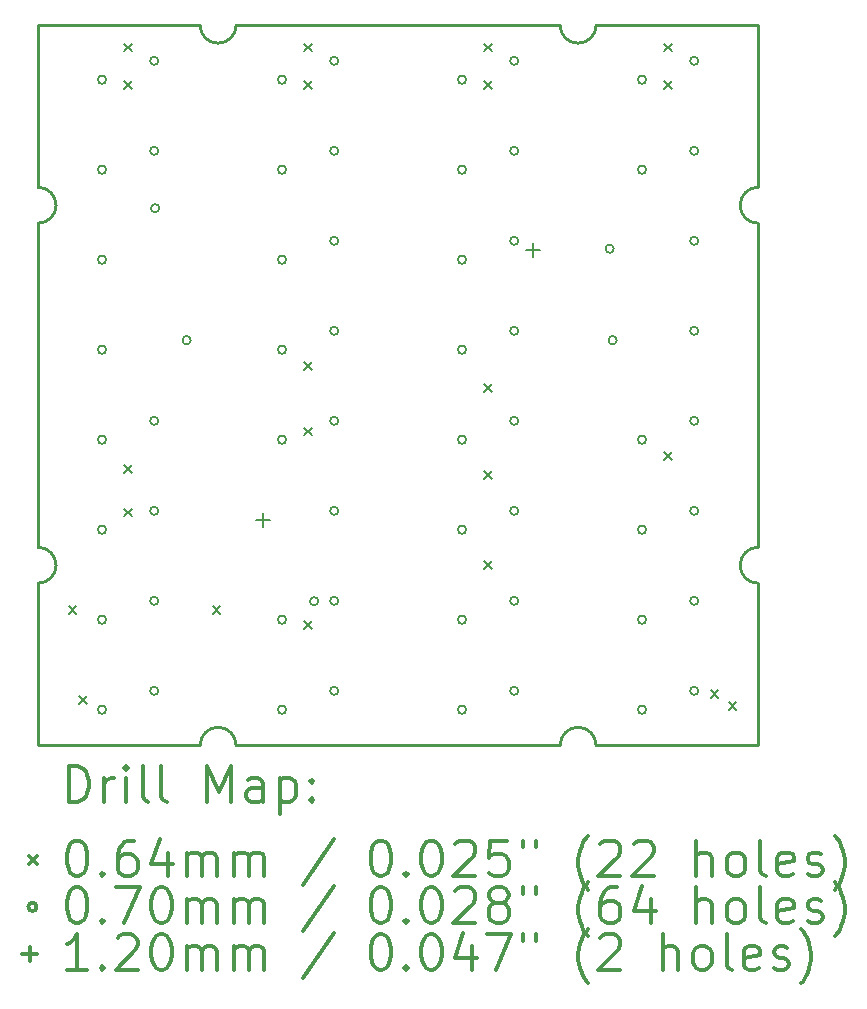
<source format=gbr>
%FSLAX45Y45*%
G04 Gerber Fmt 4.5, Leading zero omitted, Abs format (unit mm)*
G04 Created by KiCad (PCBNEW 4.0.1-3.201512221401+6198~38~ubuntu15.10.1-stable) date Wed Feb 24 00:02:51 2016*
%MOMM*%
G01*
G04 APERTURE LIST*
%ADD10C,0.127000*%
%ADD11C,0.254000*%
%ADD12C,0.200000*%
%ADD13C,0.300000*%
G04 APERTURE END LIST*
D10*
D11*
X4419600Y0D02*
X1676400Y0D01*
X6096000Y0D02*
X4724400Y0D01*
X6096000Y1371600D02*
X6096000Y0D01*
X6096000Y4419600D02*
X6096000Y1676400D01*
X6096000Y6096000D02*
X6096000Y4724400D01*
X4724400Y6096000D02*
X6096000Y6096000D01*
X1676400Y6096000D02*
X4419600Y6096000D01*
X0Y6096000D02*
X1371600Y6096000D01*
X0Y4724400D02*
X0Y6096000D01*
X0Y1676400D02*
X0Y4419600D01*
X0Y0D02*
X0Y1371600D01*
X1371600Y0D02*
X0Y0D01*
X6096000Y1676400D02*
G75*
G03X5943600Y1524000I0J-152400D01*
G01*
X5943600Y1524000D02*
G75*
G03X6096000Y1371600I152400J0D01*
G01*
X6096000Y4724400D02*
G75*
G03X5943600Y4572000I0J-152400D01*
G01*
X5943600Y4572000D02*
G75*
G03X6096000Y4419600I152400J0D01*
G01*
X4419600Y6096000D02*
G75*
G03X4572000Y5943600I152400J0D01*
G01*
X4572000Y5943600D02*
G75*
G03X4724400Y6096000I0J152400D01*
G01*
X1371600Y6096000D02*
G75*
G03X1524000Y5943600I152400J0D01*
G01*
X1524000Y5943600D02*
G75*
G03X1676400Y6096000I0J152400D01*
G01*
X0Y4419600D02*
G75*
G03X152400Y4572000I0J152400D01*
G01*
X152400Y4572000D02*
G75*
G03X0Y4724400I-152400J0D01*
G01*
X0Y1371600D02*
G75*
G03X152400Y1524000I0J152400D01*
G01*
X152400Y1524000D02*
G75*
G03X0Y1676400I-152400J0D01*
G01*
X1676400Y0D02*
G75*
G03X1524000Y152400I-152400J0D01*
G01*
X1524000Y152400D02*
G75*
G03X1371600Y0I0J-152400D01*
G01*
X4572000Y152400D02*
G75*
G03X4419600Y0I0J-152400D01*
G01*
X4724400Y0D02*
G75*
G03X4572000Y152400I-152400J0D01*
G01*
D12*
X260350Y1174750D02*
X323850Y1111250D01*
X323850Y1174750D02*
X260350Y1111250D01*
X349250Y412750D02*
X412750Y349250D01*
X412750Y412750D02*
X349250Y349250D01*
X730250Y5937250D02*
X793750Y5873750D01*
X793750Y5937250D02*
X730250Y5873750D01*
X730250Y5619750D02*
X793750Y5556250D01*
X793750Y5619750D02*
X730250Y5556250D01*
X730250Y2368550D02*
X793750Y2305050D01*
X793750Y2368550D02*
X730250Y2305050D01*
X730250Y2000250D02*
X793750Y1936750D01*
X793750Y2000250D02*
X730250Y1936750D01*
X1479550Y1174750D02*
X1543050Y1111250D01*
X1543050Y1174750D02*
X1479550Y1111250D01*
X2254250Y5937250D02*
X2317750Y5873750D01*
X2317750Y5937250D02*
X2254250Y5873750D01*
X2254250Y5619750D02*
X2317750Y5556250D01*
X2317750Y5619750D02*
X2254250Y5556250D01*
X2254250Y3240750D02*
X2317750Y3177250D01*
X2317750Y3240750D02*
X2254250Y3177250D01*
X2254250Y2686050D02*
X2317750Y2622550D01*
X2317750Y2686050D02*
X2254250Y2622550D01*
X2254250Y1047750D02*
X2317750Y984250D01*
X2317750Y1047750D02*
X2254250Y984250D01*
X3778250Y5937250D02*
X3841750Y5873750D01*
X3841750Y5937250D02*
X3778250Y5873750D01*
X3778250Y5619750D02*
X3841750Y5556250D01*
X3841750Y5619750D02*
X3778250Y5556250D01*
X3778250Y3054350D02*
X3841750Y2990850D01*
X3841750Y3054350D02*
X3778250Y2990850D01*
X3778250Y2317750D02*
X3841750Y2254250D01*
X3841750Y2317750D02*
X3778250Y2254250D01*
X3778250Y1555750D02*
X3841750Y1492250D01*
X3841750Y1555750D02*
X3778250Y1492250D01*
X5302250Y5937250D02*
X5365750Y5873750D01*
X5365750Y5937250D02*
X5302250Y5873750D01*
X5302250Y5619750D02*
X5365750Y5556250D01*
X5365750Y5619750D02*
X5302250Y5556250D01*
X5302250Y2478750D02*
X5365750Y2415250D01*
X5365750Y2478750D02*
X5302250Y2415250D01*
X5695950Y463550D02*
X5759450Y400050D01*
X5759450Y463550D02*
X5695950Y400050D01*
X5848350Y361950D02*
X5911850Y298450D01*
X5911850Y361950D02*
X5848350Y298450D01*
X576000Y5635000D02*
G75*
G03X576000Y5635000I-35000J0D01*
G01*
X576000Y4873000D02*
G75*
G03X576000Y4873000I-35000J0D01*
G01*
X576000Y4111000D02*
G75*
G03X576000Y4111000I-35000J0D01*
G01*
X576000Y3349000D02*
G75*
G03X576000Y3349000I-35000J0D01*
G01*
X576000Y2587000D02*
G75*
G03X576000Y2587000I-35000J0D01*
G01*
X576000Y1825000D02*
G75*
G03X576000Y1825000I-35000J0D01*
G01*
X576000Y1063000D02*
G75*
G03X576000Y1063000I-35000J0D01*
G01*
X576000Y301000D02*
G75*
G03X576000Y301000I-35000J0D01*
G01*
X1018000Y5795000D02*
G75*
G03X1018000Y5795000I-35000J0D01*
G01*
X1018000Y5033000D02*
G75*
G03X1018000Y5033000I-35000J0D01*
G01*
X1018000Y2747000D02*
G75*
G03X1018000Y2747000I-35000J0D01*
G01*
X1018000Y1985000D02*
G75*
G03X1018000Y1985000I-35000J0D01*
G01*
X1018000Y1223000D02*
G75*
G03X1018000Y1223000I-35000J0D01*
G01*
X1018000Y461000D02*
G75*
G03X1018000Y461000I-35000J0D01*
G01*
X1025600Y4546600D02*
G75*
G03X1025600Y4546600I-35000J0D01*
G01*
X1292300Y3429000D02*
G75*
G03X1292300Y3429000I-35000J0D01*
G01*
X2100000Y5635000D02*
G75*
G03X2100000Y5635000I-35000J0D01*
G01*
X2100000Y4873000D02*
G75*
G03X2100000Y4873000I-35000J0D01*
G01*
X2100000Y4111000D02*
G75*
G03X2100000Y4111000I-35000J0D01*
G01*
X2100000Y3349000D02*
G75*
G03X2100000Y3349000I-35000J0D01*
G01*
X2100000Y2587000D02*
G75*
G03X2100000Y2587000I-35000J0D01*
G01*
X2100000Y1063000D02*
G75*
G03X2100000Y1063000I-35000J0D01*
G01*
X2100000Y301000D02*
G75*
G03X2100000Y301000I-35000J0D01*
G01*
X2371800Y1219200D02*
G75*
G03X2371800Y1219200I-35000J0D01*
G01*
X2542000Y5795000D02*
G75*
G03X2542000Y5795000I-35000J0D01*
G01*
X2542000Y5033000D02*
G75*
G03X2542000Y5033000I-35000J0D01*
G01*
X2542000Y4271000D02*
G75*
G03X2542000Y4271000I-35000J0D01*
G01*
X2542000Y3509000D02*
G75*
G03X2542000Y3509000I-35000J0D01*
G01*
X2542000Y2747000D02*
G75*
G03X2542000Y2747000I-35000J0D01*
G01*
X2542000Y1985000D02*
G75*
G03X2542000Y1985000I-35000J0D01*
G01*
X2542000Y1223000D02*
G75*
G03X2542000Y1223000I-35000J0D01*
G01*
X2542000Y461000D02*
G75*
G03X2542000Y461000I-35000J0D01*
G01*
X3624000Y5635000D02*
G75*
G03X3624000Y5635000I-35000J0D01*
G01*
X3624000Y4873000D02*
G75*
G03X3624000Y4873000I-35000J0D01*
G01*
X3624000Y4111000D02*
G75*
G03X3624000Y4111000I-35000J0D01*
G01*
X3624000Y3349000D02*
G75*
G03X3624000Y3349000I-35000J0D01*
G01*
X3624000Y2587000D02*
G75*
G03X3624000Y2587000I-35000J0D01*
G01*
X3624000Y1825000D02*
G75*
G03X3624000Y1825000I-35000J0D01*
G01*
X3624000Y1063000D02*
G75*
G03X3624000Y1063000I-35000J0D01*
G01*
X3624000Y301000D02*
G75*
G03X3624000Y301000I-35000J0D01*
G01*
X4066000Y5795000D02*
G75*
G03X4066000Y5795000I-35000J0D01*
G01*
X4066000Y5033000D02*
G75*
G03X4066000Y5033000I-35000J0D01*
G01*
X4066000Y4271000D02*
G75*
G03X4066000Y4271000I-35000J0D01*
G01*
X4066000Y3509000D02*
G75*
G03X4066000Y3509000I-35000J0D01*
G01*
X4066000Y2747000D02*
G75*
G03X4066000Y2747000I-35000J0D01*
G01*
X4066000Y1985000D02*
G75*
G03X4066000Y1985000I-35000J0D01*
G01*
X4066000Y1223000D02*
G75*
G03X4066000Y1223000I-35000J0D01*
G01*
X4066000Y461000D02*
G75*
G03X4066000Y461000I-35000J0D01*
G01*
X4873700Y4203700D02*
G75*
G03X4873700Y4203700I-35000J0D01*
G01*
X4899100Y3429000D02*
G75*
G03X4899100Y3429000I-35000J0D01*
G01*
X5148000Y5635000D02*
G75*
G03X5148000Y5635000I-35000J0D01*
G01*
X5148000Y4873000D02*
G75*
G03X5148000Y4873000I-35000J0D01*
G01*
X5148000Y2587000D02*
G75*
G03X5148000Y2587000I-35000J0D01*
G01*
X5148000Y1825000D02*
G75*
G03X5148000Y1825000I-35000J0D01*
G01*
X5148000Y1063000D02*
G75*
G03X5148000Y1063000I-35000J0D01*
G01*
X5148000Y301000D02*
G75*
G03X5148000Y301000I-35000J0D01*
G01*
X5590000Y5795000D02*
G75*
G03X5590000Y5795000I-35000J0D01*
G01*
X5590000Y5033000D02*
G75*
G03X5590000Y5033000I-35000J0D01*
G01*
X5590000Y4271000D02*
G75*
G03X5590000Y4271000I-35000J0D01*
G01*
X5590000Y3509000D02*
G75*
G03X5590000Y3509000I-35000J0D01*
G01*
X5590000Y2747000D02*
G75*
G03X5590000Y2747000I-35000J0D01*
G01*
X5590000Y1985000D02*
G75*
G03X5590000Y1985000I-35000J0D01*
G01*
X5590000Y1223000D02*
G75*
G03X5590000Y1223000I-35000J0D01*
G01*
X5590000Y461000D02*
G75*
G03X5590000Y461000I-35000J0D01*
G01*
X1905000Y1965000D02*
X1905000Y1845000D01*
X1845000Y1905000D02*
X1965000Y1905000D01*
X4191000Y4251000D02*
X4191000Y4131000D01*
X4131000Y4191000D02*
X4251000Y4191000D01*
D13*
X258728Y-478414D02*
X258728Y-178414D01*
X330157Y-178414D01*
X373014Y-192700D01*
X401586Y-221271D01*
X415871Y-249843D01*
X430157Y-306986D01*
X430157Y-349843D01*
X415871Y-406986D01*
X401586Y-435557D01*
X373014Y-464129D01*
X330157Y-478414D01*
X258728Y-478414D01*
X558729Y-478414D02*
X558729Y-278414D01*
X558729Y-335557D02*
X573014Y-306986D01*
X587300Y-292700D01*
X615871Y-278414D01*
X644443Y-278414D01*
X744443Y-478414D02*
X744443Y-278414D01*
X744443Y-178414D02*
X730157Y-192700D01*
X744443Y-206986D01*
X758728Y-192700D01*
X744443Y-178414D01*
X744443Y-206986D01*
X930157Y-478414D02*
X901586Y-464129D01*
X887300Y-435557D01*
X887300Y-178414D01*
X1087300Y-478414D02*
X1058729Y-464129D01*
X1044443Y-435557D01*
X1044443Y-178414D01*
X1430157Y-478414D02*
X1430157Y-178414D01*
X1530157Y-392700D01*
X1630157Y-178414D01*
X1630157Y-478414D01*
X1901586Y-478414D02*
X1901586Y-321272D01*
X1887300Y-292700D01*
X1858728Y-278414D01*
X1801586Y-278414D01*
X1773014Y-292700D01*
X1901586Y-464129D02*
X1873014Y-478414D01*
X1801586Y-478414D01*
X1773014Y-464129D01*
X1758728Y-435557D01*
X1758728Y-406986D01*
X1773014Y-378414D01*
X1801586Y-364129D01*
X1873014Y-364129D01*
X1901586Y-349843D01*
X2044443Y-278414D02*
X2044443Y-578414D01*
X2044443Y-292700D02*
X2073014Y-278414D01*
X2130157Y-278414D01*
X2158729Y-292700D01*
X2173014Y-306986D01*
X2187300Y-335557D01*
X2187300Y-421271D01*
X2173014Y-449843D01*
X2158729Y-464129D01*
X2130157Y-478414D01*
X2073014Y-478414D01*
X2044443Y-464129D01*
X2315871Y-449843D02*
X2330157Y-464129D01*
X2315871Y-478414D01*
X2301586Y-464129D01*
X2315871Y-449843D01*
X2315871Y-478414D01*
X2315871Y-292700D02*
X2330157Y-306986D01*
X2315871Y-321272D01*
X2301586Y-306986D01*
X2315871Y-292700D01*
X2315871Y-321272D01*
X-76200Y-940950D02*
X-12700Y-1004450D01*
X-12700Y-940950D02*
X-76200Y-1004450D01*
X315871Y-808414D02*
X344443Y-808414D01*
X373014Y-822700D01*
X387300Y-836986D01*
X401586Y-865557D01*
X415871Y-922700D01*
X415871Y-994129D01*
X401586Y-1051272D01*
X387300Y-1079843D01*
X373014Y-1094129D01*
X344443Y-1108414D01*
X315871Y-1108414D01*
X287300Y-1094129D01*
X273014Y-1079843D01*
X258728Y-1051272D01*
X244443Y-994129D01*
X244443Y-922700D01*
X258728Y-865557D01*
X273014Y-836986D01*
X287300Y-822700D01*
X315871Y-808414D01*
X544443Y-1079843D02*
X558729Y-1094129D01*
X544443Y-1108414D01*
X530157Y-1094129D01*
X544443Y-1079843D01*
X544443Y-1108414D01*
X815871Y-808414D02*
X758728Y-808414D01*
X730157Y-822700D01*
X715871Y-836986D01*
X687300Y-879843D01*
X673014Y-936986D01*
X673014Y-1051272D01*
X687300Y-1079843D01*
X701586Y-1094129D01*
X730157Y-1108414D01*
X787300Y-1108414D01*
X815871Y-1094129D01*
X830157Y-1079843D01*
X844443Y-1051272D01*
X844443Y-979843D01*
X830157Y-951271D01*
X815871Y-936986D01*
X787300Y-922700D01*
X730157Y-922700D01*
X701586Y-936986D01*
X687300Y-951271D01*
X673014Y-979843D01*
X1101586Y-908414D02*
X1101586Y-1108414D01*
X1030157Y-794129D02*
X958728Y-1008414D01*
X1144443Y-1008414D01*
X1258729Y-1108414D02*
X1258729Y-908414D01*
X1258729Y-936986D02*
X1273014Y-922700D01*
X1301586Y-908414D01*
X1344443Y-908414D01*
X1373014Y-922700D01*
X1387300Y-951271D01*
X1387300Y-1108414D01*
X1387300Y-951271D02*
X1401586Y-922700D01*
X1430157Y-908414D01*
X1473014Y-908414D01*
X1501586Y-922700D01*
X1515871Y-951271D01*
X1515871Y-1108414D01*
X1658728Y-1108414D02*
X1658728Y-908414D01*
X1658728Y-936986D02*
X1673014Y-922700D01*
X1701586Y-908414D01*
X1744443Y-908414D01*
X1773014Y-922700D01*
X1787300Y-951271D01*
X1787300Y-1108414D01*
X1787300Y-951271D02*
X1801586Y-922700D01*
X1830157Y-908414D01*
X1873014Y-908414D01*
X1901586Y-922700D01*
X1915871Y-951271D01*
X1915871Y-1108414D01*
X2501586Y-794129D02*
X2244443Y-1179843D01*
X2887300Y-808414D02*
X2915871Y-808414D01*
X2944443Y-822700D01*
X2958728Y-836986D01*
X2973014Y-865557D01*
X2987300Y-922700D01*
X2987300Y-994129D01*
X2973014Y-1051272D01*
X2958728Y-1079843D01*
X2944443Y-1094129D01*
X2915871Y-1108414D01*
X2887300Y-1108414D01*
X2858728Y-1094129D01*
X2844443Y-1079843D01*
X2830157Y-1051272D01*
X2815871Y-994129D01*
X2815871Y-922700D01*
X2830157Y-865557D01*
X2844443Y-836986D01*
X2858728Y-822700D01*
X2887300Y-808414D01*
X3115871Y-1079843D02*
X3130157Y-1094129D01*
X3115871Y-1108414D01*
X3101586Y-1094129D01*
X3115871Y-1079843D01*
X3115871Y-1108414D01*
X3315871Y-808414D02*
X3344443Y-808414D01*
X3373014Y-822700D01*
X3387300Y-836986D01*
X3401585Y-865557D01*
X3415871Y-922700D01*
X3415871Y-994129D01*
X3401585Y-1051272D01*
X3387300Y-1079843D01*
X3373014Y-1094129D01*
X3344443Y-1108414D01*
X3315871Y-1108414D01*
X3287300Y-1094129D01*
X3273014Y-1079843D01*
X3258728Y-1051272D01*
X3244443Y-994129D01*
X3244443Y-922700D01*
X3258728Y-865557D01*
X3273014Y-836986D01*
X3287300Y-822700D01*
X3315871Y-808414D01*
X3530157Y-836986D02*
X3544443Y-822700D01*
X3573014Y-808414D01*
X3644443Y-808414D01*
X3673014Y-822700D01*
X3687300Y-836986D01*
X3701585Y-865557D01*
X3701585Y-894129D01*
X3687300Y-936986D01*
X3515871Y-1108414D01*
X3701585Y-1108414D01*
X3973014Y-808414D02*
X3830157Y-808414D01*
X3815871Y-951271D01*
X3830157Y-936986D01*
X3858728Y-922700D01*
X3930157Y-922700D01*
X3958728Y-936986D01*
X3973014Y-951271D01*
X3987300Y-979843D01*
X3987300Y-1051272D01*
X3973014Y-1079843D01*
X3958728Y-1094129D01*
X3930157Y-1108414D01*
X3858728Y-1108414D01*
X3830157Y-1094129D01*
X3815871Y-1079843D01*
X4101586Y-808414D02*
X4101586Y-865557D01*
X4215871Y-808414D02*
X4215871Y-865557D01*
X4658728Y-1222700D02*
X4644443Y-1208414D01*
X4615871Y-1165557D01*
X4601586Y-1136986D01*
X4587300Y-1094129D01*
X4573014Y-1022700D01*
X4573014Y-965557D01*
X4587300Y-894129D01*
X4601586Y-851271D01*
X4615871Y-822700D01*
X4644443Y-779843D01*
X4658728Y-765557D01*
X4758728Y-836986D02*
X4773014Y-822700D01*
X4801586Y-808414D01*
X4873014Y-808414D01*
X4901586Y-822700D01*
X4915871Y-836986D01*
X4930157Y-865557D01*
X4930157Y-894129D01*
X4915871Y-936986D01*
X4744443Y-1108414D01*
X4930157Y-1108414D01*
X5044443Y-836986D02*
X5058728Y-822700D01*
X5087300Y-808414D01*
X5158728Y-808414D01*
X5187300Y-822700D01*
X5201586Y-836986D01*
X5215871Y-865557D01*
X5215871Y-894129D01*
X5201586Y-936986D01*
X5030157Y-1108414D01*
X5215871Y-1108414D01*
X5573014Y-1108414D02*
X5573014Y-808414D01*
X5701585Y-1108414D02*
X5701585Y-951271D01*
X5687300Y-922700D01*
X5658728Y-908414D01*
X5615871Y-908414D01*
X5587300Y-922700D01*
X5573014Y-936986D01*
X5887300Y-1108414D02*
X5858728Y-1094129D01*
X5844443Y-1079843D01*
X5830157Y-1051272D01*
X5830157Y-965557D01*
X5844443Y-936986D01*
X5858728Y-922700D01*
X5887300Y-908414D01*
X5930157Y-908414D01*
X5958728Y-922700D01*
X5973014Y-936986D01*
X5987300Y-965557D01*
X5987300Y-1051272D01*
X5973014Y-1079843D01*
X5958728Y-1094129D01*
X5930157Y-1108414D01*
X5887300Y-1108414D01*
X6158728Y-1108414D02*
X6130157Y-1094129D01*
X6115871Y-1065557D01*
X6115871Y-808414D01*
X6387300Y-1094129D02*
X6358728Y-1108414D01*
X6301586Y-1108414D01*
X6273014Y-1094129D01*
X6258728Y-1065557D01*
X6258728Y-951271D01*
X6273014Y-922700D01*
X6301586Y-908414D01*
X6358728Y-908414D01*
X6387300Y-922700D01*
X6401586Y-951271D01*
X6401586Y-979843D01*
X6258728Y-1008414D01*
X6515871Y-1094129D02*
X6544443Y-1108414D01*
X6601586Y-1108414D01*
X6630157Y-1094129D01*
X6644443Y-1065557D01*
X6644443Y-1051272D01*
X6630157Y-1022700D01*
X6601586Y-1008414D01*
X6558728Y-1008414D01*
X6530157Y-994129D01*
X6515871Y-965557D01*
X6515871Y-951271D01*
X6530157Y-922700D01*
X6558728Y-908414D01*
X6601586Y-908414D01*
X6630157Y-922700D01*
X6744443Y-1222700D02*
X6758728Y-1208414D01*
X6787300Y-1165557D01*
X6801586Y-1136986D01*
X6815871Y-1094129D01*
X6830157Y-1022700D01*
X6830157Y-965557D01*
X6815871Y-894129D01*
X6801586Y-851271D01*
X6787300Y-822700D01*
X6758728Y-779843D01*
X6744443Y-765557D01*
X-12700Y-1368700D02*
G75*
G03X-12700Y-1368700I-35000J0D01*
G01*
X315871Y-1204414D02*
X344443Y-1204414D01*
X373014Y-1218700D01*
X387300Y-1232986D01*
X401586Y-1261557D01*
X415871Y-1318700D01*
X415871Y-1390129D01*
X401586Y-1447271D01*
X387300Y-1475843D01*
X373014Y-1490129D01*
X344443Y-1504414D01*
X315871Y-1504414D01*
X287300Y-1490129D01*
X273014Y-1475843D01*
X258728Y-1447271D01*
X244443Y-1390129D01*
X244443Y-1318700D01*
X258728Y-1261557D01*
X273014Y-1232986D01*
X287300Y-1218700D01*
X315871Y-1204414D01*
X544443Y-1475843D02*
X558729Y-1490129D01*
X544443Y-1504414D01*
X530157Y-1490129D01*
X544443Y-1475843D01*
X544443Y-1504414D01*
X658728Y-1204414D02*
X858728Y-1204414D01*
X730157Y-1504414D01*
X1030157Y-1204414D02*
X1058729Y-1204414D01*
X1087300Y-1218700D01*
X1101586Y-1232986D01*
X1115871Y-1261557D01*
X1130157Y-1318700D01*
X1130157Y-1390129D01*
X1115871Y-1447271D01*
X1101586Y-1475843D01*
X1087300Y-1490129D01*
X1058729Y-1504414D01*
X1030157Y-1504414D01*
X1001586Y-1490129D01*
X987300Y-1475843D01*
X973014Y-1447271D01*
X958728Y-1390129D01*
X958728Y-1318700D01*
X973014Y-1261557D01*
X987300Y-1232986D01*
X1001586Y-1218700D01*
X1030157Y-1204414D01*
X1258729Y-1504414D02*
X1258729Y-1304414D01*
X1258729Y-1332986D02*
X1273014Y-1318700D01*
X1301586Y-1304414D01*
X1344443Y-1304414D01*
X1373014Y-1318700D01*
X1387300Y-1347272D01*
X1387300Y-1504414D01*
X1387300Y-1347272D02*
X1401586Y-1318700D01*
X1430157Y-1304414D01*
X1473014Y-1304414D01*
X1501586Y-1318700D01*
X1515871Y-1347272D01*
X1515871Y-1504414D01*
X1658728Y-1504414D02*
X1658728Y-1304414D01*
X1658728Y-1332986D02*
X1673014Y-1318700D01*
X1701586Y-1304414D01*
X1744443Y-1304414D01*
X1773014Y-1318700D01*
X1787300Y-1347272D01*
X1787300Y-1504414D01*
X1787300Y-1347272D02*
X1801586Y-1318700D01*
X1830157Y-1304414D01*
X1873014Y-1304414D01*
X1901586Y-1318700D01*
X1915871Y-1347272D01*
X1915871Y-1504414D01*
X2501586Y-1190129D02*
X2244443Y-1575843D01*
X2887300Y-1204414D02*
X2915871Y-1204414D01*
X2944443Y-1218700D01*
X2958728Y-1232986D01*
X2973014Y-1261557D01*
X2987300Y-1318700D01*
X2987300Y-1390129D01*
X2973014Y-1447271D01*
X2958728Y-1475843D01*
X2944443Y-1490129D01*
X2915871Y-1504414D01*
X2887300Y-1504414D01*
X2858728Y-1490129D01*
X2844443Y-1475843D01*
X2830157Y-1447271D01*
X2815871Y-1390129D01*
X2815871Y-1318700D01*
X2830157Y-1261557D01*
X2844443Y-1232986D01*
X2858728Y-1218700D01*
X2887300Y-1204414D01*
X3115871Y-1475843D02*
X3130157Y-1490129D01*
X3115871Y-1504414D01*
X3101586Y-1490129D01*
X3115871Y-1475843D01*
X3115871Y-1504414D01*
X3315871Y-1204414D02*
X3344443Y-1204414D01*
X3373014Y-1218700D01*
X3387300Y-1232986D01*
X3401585Y-1261557D01*
X3415871Y-1318700D01*
X3415871Y-1390129D01*
X3401585Y-1447271D01*
X3387300Y-1475843D01*
X3373014Y-1490129D01*
X3344443Y-1504414D01*
X3315871Y-1504414D01*
X3287300Y-1490129D01*
X3273014Y-1475843D01*
X3258728Y-1447271D01*
X3244443Y-1390129D01*
X3244443Y-1318700D01*
X3258728Y-1261557D01*
X3273014Y-1232986D01*
X3287300Y-1218700D01*
X3315871Y-1204414D01*
X3530157Y-1232986D02*
X3544443Y-1218700D01*
X3573014Y-1204414D01*
X3644443Y-1204414D01*
X3673014Y-1218700D01*
X3687300Y-1232986D01*
X3701585Y-1261557D01*
X3701585Y-1290129D01*
X3687300Y-1332986D01*
X3515871Y-1504414D01*
X3701585Y-1504414D01*
X3873014Y-1332986D02*
X3844443Y-1318700D01*
X3830157Y-1304414D01*
X3815871Y-1275843D01*
X3815871Y-1261557D01*
X3830157Y-1232986D01*
X3844443Y-1218700D01*
X3873014Y-1204414D01*
X3930157Y-1204414D01*
X3958728Y-1218700D01*
X3973014Y-1232986D01*
X3987300Y-1261557D01*
X3987300Y-1275843D01*
X3973014Y-1304414D01*
X3958728Y-1318700D01*
X3930157Y-1332986D01*
X3873014Y-1332986D01*
X3844443Y-1347272D01*
X3830157Y-1361557D01*
X3815871Y-1390129D01*
X3815871Y-1447271D01*
X3830157Y-1475843D01*
X3844443Y-1490129D01*
X3873014Y-1504414D01*
X3930157Y-1504414D01*
X3958728Y-1490129D01*
X3973014Y-1475843D01*
X3987300Y-1447271D01*
X3987300Y-1390129D01*
X3973014Y-1361557D01*
X3958728Y-1347272D01*
X3930157Y-1332986D01*
X4101586Y-1204414D02*
X4101586Y-1261557D01*
X4215871Y-1204414D02*
X4215871Y-1261557D01*
X4658728Y-1618700D02*
X4644443Y-1604414D01*
X4615871Y-1561557D01*
X4601586Y-1532986D01*
X4587300Y-1490129D01*
X4573014Y-1418700D01*
X4573014Y-1361557D01*
X4587300Y-1290129D01*
X4601586Y-1247272D01*
X4615871Y-1218700D01*
X4644443Y-1175843D01*
X4658728Y-1161557D01*
X4901586Y-1204414D02*
X4844443Y-1204414D01*
X4815871Y-1218700D01*
X4801586Y-1232986D01*
X4773014Y-1275843D01*
X4758728Y-1332986D01*
X4758728Y-1447271D01*
X4773014Y-1475843D01*
X4787300Y-1490129D01*
X4815871Y-1504414D01*
X4873014Y-1504414D01*
X4901586Y-1490129D01*
X4915871Y-1475843D01*
X4930157Y-1447271D01*
X4930157Y-1375843D01*
X4915871Y-1347272D01*
X4901586Y-1332986D01*
X4873014Y-1318700D01*
X4815871Y-1318700D01*
X4787300Y-1332986D01*
X4773014Y-1347272D01*
X4758728Y-1375843D01*
X5187300Y-1304414D02*
X5187300Y-1504414D01*
X5115871Y-1190129D02*
X5044443Y-1404414D01*
X5230157Y-1404414D01*
X5573014Y-1504414D02*
X5573014Y-1204414D01*
X5701585Y-1504414D02*
X5701585Y-1347272D01*
X5687300Y-1318700D01*
X5658728Y-1304414D01*
X5615871Y-1304414D01*
X5587300Y-1318700D01*
X5573014Y-1332986D01*
X5887300Y-1504414D02*
X5858728Y-1490129D01*
X5844443Y-1475843D01*
X5830157Y-1447271D01*
X5830157Y-1361557D01*
X5844443Y-1332986D01*
X5858728Y-1318700D01*
X5887300Y-1304414D01*
X5930157Y-1304414D01*
X5958728Y-1318700D01*
X5973014Y-1332986D01*
X5987300Y-1361557D01*
X5987300Y-1447271D01*
X5973014Y-1475843D01*
X5958728Y-1490129D01*
X5930157Y-1504414D01*
X5887300Y-1504414D01*
X6158728Y-1504414D02*
X6130157Y-1490129D01*
X6115871Y-1461557D01*
X6115871Y-1204414D01*
X6387300Y-1490129D02*
X6358728Y-1504414D01*
X6301586Y-1504414D01*
X6273014Y-1490129D01*
X6258728Y-1461557D01*
X6258728Y-1347272D01*
X6273014Y-1318700D01*
X6301586Y-1304414D01*
X6358728Y-1304414D01*
X6387300Y-1318700D01*
X6401586Y-1347272D01*
X6401586Y-1375843D01*
X6258728Y-1404414D01*
X6515871Y-1490129D02*
X6544443Y-1504414D01*
X6601586Y-1504414D01*
X6630157Y-1490129D01*
X6644443Y-1461557D01*
X6644443Y-1447271D01*
X6630157Y-1418700D01*
X6601586Y-1404414D01*
X6558728Y-1404414D01*
X6530157Y-1390129D01*
X6515871Y-1361557D01*
X6515871Y-1347272D01*
X6530157Y-1318700D01*
X6558728Y-1304414D01*
X6601586Y-1304414D01*
X6630157Y-1318700D01*
X6744443Y-1618700D02*
X6758728Y-1604414D01*
X6787300Y-1561557D01*
X6801586Y-1532986D01*
X6815871Y-1490129D01*
X6830157Y-1418700D01*
X6830157Y-1361557D01*
X6815871Y-1290129D01*
X6801586Y-1247272D01*
X6787300Y-1218700D01*
X6758728Y-1175843D01*
X6744443Y-1161557D01*
X-72700Y-1704700D02*
X-72700Y-1824700D01*
X-132700Y-1764700D02*
X-12700Y-1764700D01*
X415871Y-1900414D02*
X244443Y-1900414D01*
X330157Y-1900414D02*
X330157Y-1600414D01*
X301586Y-1643271D01*
X273014Y-1671843D01*
X244443Y-1686129D01*
X544443Y-1871843D02*
X558729Y-1886129D01*
X544443Y-1900414D01*
X530157Y-1886129D01*
X544443Y-1871843D01*
X544443Y-1900414D01*
X673014Y-1628986D02*
X687300Y-1614700D01*
X715871Y-1600414D01*
X787300Y-1600414D01*
X815871Y-1614700D01*
X830157Y-1628986D01*
X844443Y-1657557D01*
X844443Y-1686129D01*
X830157Y-1728986D01*
X658728Y-1900414D01*
X844443Y-1900414D01*
X1030157Y-1600414D02*
X1058729Y-1600414D01*
X1087300Y-1614700D01*
X1101586Y-1628986D01*
X1115871Y-1657557D01*
X1130157Y-1714700D01*
X1130157Y-1786129D01*
X1115871Y-1843271D01*
X1101586Y-1871843D01*
X1087300Y-1886129D01*
X1058729Y-1900414D01*
X1030157Y-1900414D01*
X1001586Y-1886129D01*
X987300Y-1871843D01*
X973014Y-1843271D01*
X958728Y-1786129D01*
X958728Y-1714700D01*
X973014Y-1657557D01*
X987300Y-1628986D01*
X1001586Y-1614700D01*
X1030157Y-1600414D01*
X1258729Y-1900414D02*
X1258729Y-1700414D01*
X1258729Y-1728986D02*
X1273014Y-1714700D01*
X1301586Y-1700414D01*
X1344443Y-1700414D01*
X1373014Y-1714700D01*
X1387300Y-1743271D01*
X1387300Y-1900414D01*
X1387300Y-1743271D02*
X1401586Y-1714700D01*
X1430157Y-1700414D01*
X1473014Y-1700414D01*
X1501586Y-1714700D01*
X1515871Y-1743271D01*
X1515871Y-1900414D01*
X1658728Y-1900414D02*
X1658728Y-1700414D01*
X1658728Y-1728986D02*
X1673014Y-1714700D01*
X1701586Y-1700414D01*
X1744443Y-1700414D01*
X1773014Y-1714700D01*
X1787300Y-1743271D01*
X1787300Y-1900414D01*
X1787300Y-1743271D02*
X1801586Y-1714700D01*
X1830157Y-1700414D01*
X1873014Y-1700414D01*
X1901586Y-1714700D01*
X1915871Y-1743271D01*
X1915871Y-1900414D01*
X2501586Y-1586129D02*
X2244443Y-1971843D01*
X2887300Y-1600414D02*
X2915871Y-1600414D01*
X2944443Y-1614700D01*
X2958728Y-1628986D01*
X2973014Y-1657557D01*
X2987300Y-1714700D01*
X2987300Y-1786129D01*
X2973014Y-1843271D01*
X2958728Y-1871843D01*
X2944443Y-1886129D01*
X2915871Y-1900414D01*
X2887300Y-1900414D01*
X2858728Y-1886129D01*
X2844443Y-1871843D01*
X2830157Y-1843271D01*
X2815871Y-1786129D01*
X2815871Y-1714700D01*
X2830157Y-1657557D01*
X2844443Y-1628986D01*
X2858728Y-1614700D01*
X2887300Y-1600414D01*
X3115871Y-1871843D02*
X3130157Y-1886129D01*
X3115871Y-1900414D01*
X3101586Y-1886129D01*
X3115871Y-1871843D01*
X3115871Y-1900414D01*
X3315871Y-1600414D02*
X3344443Y-1600414D01*
X3373014Y-1614700D01*
X3387300Y-1628986D01*
X3401585Y-1657557D01*
X3415871Y-1714700D01*
X3415871Y-1786129D01*
X3401585Y-1843271D01*
X3387300Y-1871843D01*
X3373014Y-1886129D01*
X3344443Y-1900414D01*
X3315871Y-1900414D01*
X3287300Y-1886129D01*
X3273014Y-1871843D01*
X3258728Y-1843271D01*
X3244443Y-1786129D01*
X3244443Y-1714700D01*
X3258728Y-1657557D01*
X3273014Y-1628986D01*
X3287300Y-1614700D01*
X3315871Y-1600414D01*
X3673014Y-1700414D02*
X3673014Y-1900414D01*
X3601585Y-1586129D02*
X3530157Y-1800414D01*
X3715871Y-1800414D01*
X3801585Y-1600414D02*
X4001585Y-1600414D01*
X3873014Y-1900414D01*
X4101586Y-1600414D02*
X4101586Y-1657557D01*
X4215871Y-1600414D02*
X4215871Y-1657557D01*
X4658728Y-2014700D02*
X4644443Y-2000414D01*
X4615871Y-1957557D01*
X4601586Y-1928986D01*
X4587300Y-1886129D01*
X4573014Y-1814700D01*
X4573014Y-1757557D01*
X4587300Y-1686129D01*
X4601586Y-1643271D01*
X4615871Y-1614700D01*
X4644443Y-1571843D01*
X4658728Y-1557557D01*
X4758728Y-1628986D02*
X4773014Y-1614700D01*
X4801586Y-1600414D01*
X4873014Y-1600414D01*
X4901586Y-1614700D01*
X4915871Y-1628986D01*
X4930157Y-1657557D01*
X4930157Y-1686129D01*
X4915871Y-1728986D01*
X4744443Y-1900414D01*
X4930157Y-1900414D01*
X5287300Y-1900414D02*
X5287300Y-1600414D01*
X5415871Y-1900414D02*
X5415871Y-1743271D01*
X5401586Y-1714700D01*
X5373014Y-1700414D01*
X5330157Y-1700414D01*
X5301586Y-1714700D01*
X5287300Y-1728986D01*
X5601585Y-1900414D02*
X5573014Y-1886129D01*
X5558728Y-1871843D01*
X5544443Y-1843271D01*
X5544443Y-1757557D01*
X5558728Y-1728986D01*
X5573014Y-1714700D01*
X5601585Y-1700414D01*
X5644443Y-1700414D01*
X5673014Y-1714700D01*
X5687300Y-1728986D01*
X5701585Y-1757557D01*
X5701585Y-1843271D01*
X5687300Y-1871843D01*
X5673014Y-1886129D01*
X5644443Y-1900414D01*
X5601585Y-1900414D01*
X5873014Y-1900414D02*
X5844443Y-1886129D01*
X5830157Y-1857557D01*
X5830157Y-1600414D01*
X6101586Y-1886129D02*
X6073014Y-1900414D01*
X6015871Y-1900414D01*
X5987300Y-1886129D01*
X5973014Y-1857557D01*
X5973014Y-1743271D01*
X5987300Y-1714700D01*
X6015871Y-1700414D01*
X6073014Y-1700414D01*
X6101586Y-1714700D01*
X6115871Y-1743271D01*
X6115871Y-1771843D01*
X5973014Y-1800414D01*
X6230157Y-1886129D02*
X6258728Y-1900414D01*
X6315871Y-1900414D01*
X6344443Y-1886129D01*
X6358728Y-1857557D01*
X6358728Y-1843271D01*
X6344443Y-1814700D01*
X6315871Y-1800414D01*
X6273014Y-1800414D01*
X6244443Y-1786129D01*
X6230157Y-1757557D01*
X6230157Y-1743271D01*
X6244443Y-1714700D01*
X6273014Y-1700414D01*
X6315871Y-1700414D01*
X6344443Y-1714700D01*
X6458728Y-2014700D02*
X6473014Y-2000414D01*
X6501586Y-1957557D01*
X6515871Y-1928986D01*
X6530157Y-1886129D01*
X6544443Y-1814700D01*
X6544443Y-1757557D01*
X6530157Y-1686129D01*
X6515871Y-1643271D01*
X6501586Y-1614700D01*
X6473014Y-1571843D01*
X6458728Y-1557557D01*
M02*

</source>
